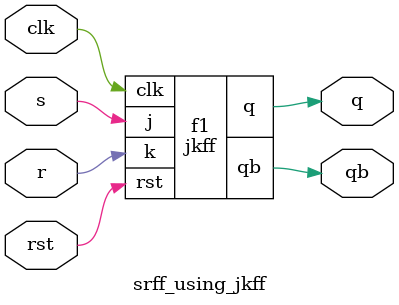
<source format=v>
`timescale 1ns / 1ps
module jkff(input j,k,clk,rst,
output reg q,
output qb);
always@(posedge clk)
begin
if(rst)
    q<=0;
else
    begin
    case({j,k})
    
        2'b00 : q<=q;
        2'b01 : q<=0;
        2'b10 : q<=1;
        2'b11 : q<=~q;
     
     endcase
     end
end
assign qb = ~q;
endmodule

module srff_using_jkff(
input s,r,clk,rst,
output q,qb
    );
jkff f1(s,r,clk,rst,q,qb);
endmodule

</source>
